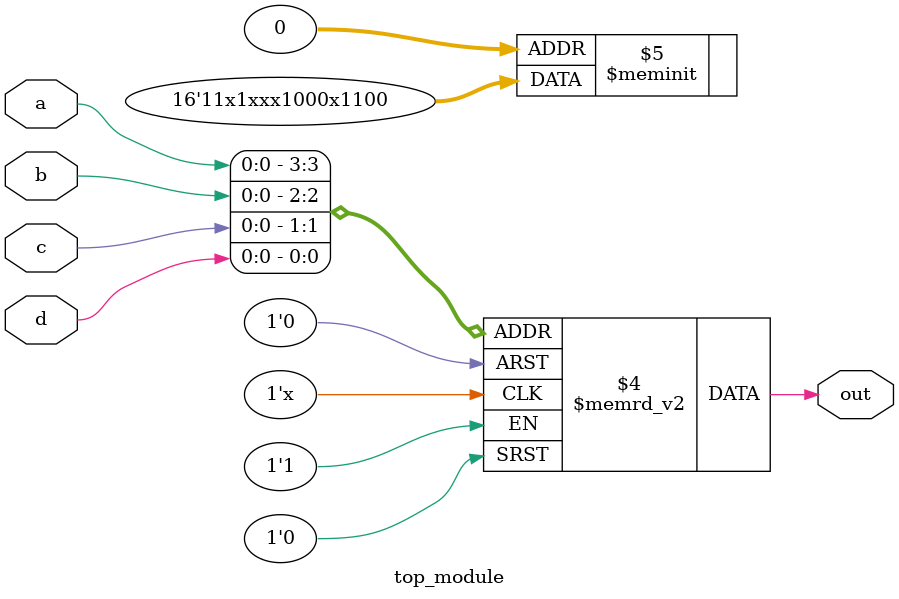
<source format=sv>
module top_module (
    input a, 
    input b,
    input c,
    input d,
    output reg out
);

always @(*) begin
    case ({a, b, c, d})
        4'b0000: out = 1'b0;
        4'b0001: out = 1'b0;
        4'b0011: out = 1'b1;
        4'b0010: out = 1'b1;
        4'b0100: out = 1'bx;
        4'b0101: out = 1'b0;
        4'b0111: out = 1'b0;
        4'b0110: out = 1'b0;
        4'b1000: out = 1'b1;
        4'b1001: out = 1'bx;
        4'b1111: out = 1'b1;
        4'b1110: out = 1'b1;
        4'b1100: out = 1'b1;
        default: out = 1'bx;
    endcase
end

endmodule

</source>
